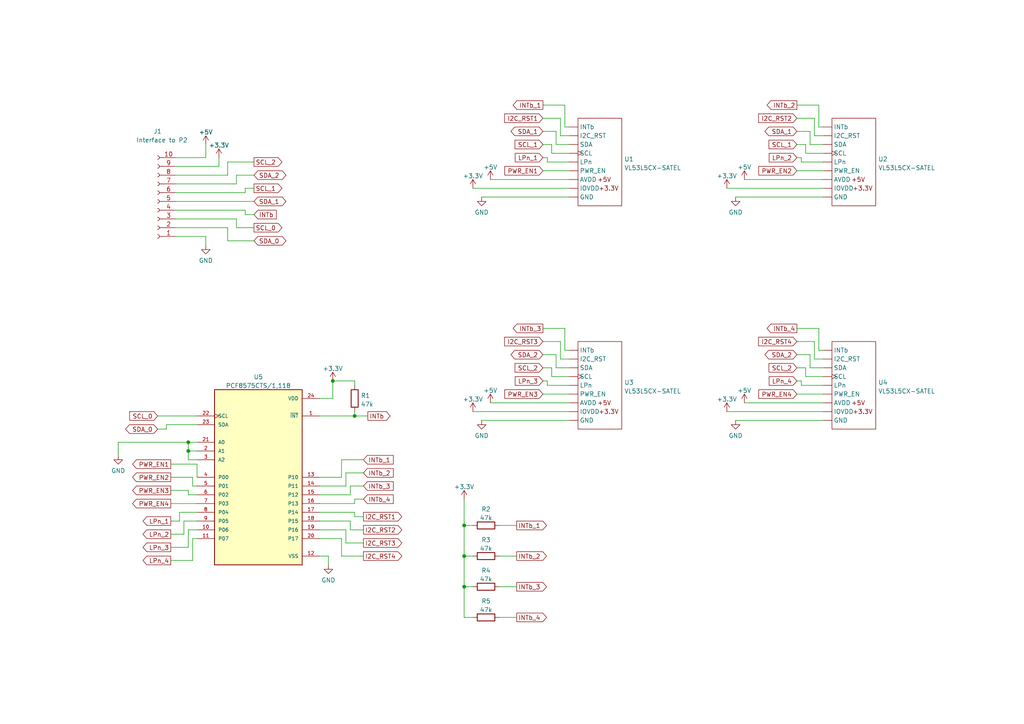
<source format=kicad_sch>
(kicad_sch (version 20211123) (generator eeschema)
  (paper "A4")
  (title_block (title "180° TOF Sensor Control Board") (date "2022-09-18") (rev "1.0") (company "Iron Sheep Productions, LLC") (comment 1 "© 2022, Iron Sheep Productions, LLC") (comment 2 "Drawn by Stephen M Moraco"))
  (lib_symbols
    (symbol "Connector:Conn_01x10_Female" (pin_names (offset 1.016) hide)
      (property "Reference" "J" (at 0 12.7 0))
      (property "Value" "Conn_01x10_Female" (at 0 -15.24 0))
      (symbol "Conn_01x10_Female_1_1"
        (arc (start 0 -12.192) (mid -0.508 -12.7) (end 0 -13.208) (stroke (width 0.1524)))
        (arc (start 0 -9.652) (mid -0.508 -10.16) (end 0 -10.668) (stroke (width 0.1524)))
        (arc (start 0 -7.112) (mid -0.508 -7.62) (end 0 -8.128) (stroke (width 0.1524)))
        (arc (start 0 -4.572) (mid -0.508 -5.08) (end 0 -5.588) (stroke (width 0.1524)))
        (arc (start 0 -2.032) (mid -0.508 -2.54) (end 0 -3.048) (stroke (width 0.1524)))
        (polyline (pts (xy -1.27 -12.7) (xy -0.508 -12.7)) (stroke (width 0.1524)))
        (polyline (pts (xy -1.27 -10.16) (xy -0.508 -10.16)) (stroke (width 0.1524)))
        (polyline (pts (xy -1.27 -7.62) (xy -0.508 -7.62)) (stroke (width 0.1524)))
        (polyline (pts (xy -1.27 -5.08) (xy -0.508 -5.08)) (stroke (width 0.1524)))
        (polyline (pts (xy -1.27 -2.54) (xy -0.508 -2.54)) (stroke (width 0.1524)))
        (polyline (pts (xy -1.27 0) (xy -0.508 0)) (stroke (width 0.1524)))
        (polyline (pts (xy -1.27 2.54) (xy -0.508 2.54)) (stroke (width 0.1524)))
        (polyline (pts (xy -1.27 5.08) (xy -0.508 5.08)) (stroke (width 0.1524)))
        (polyline (pts (xy -1.27 7.62) (xy -0.508 7.62)) (stroke (width 0.1524)))
        (polyline (pts (xy -1.27 10.16) (xy -0.508 10.16)) (stroke (width 0.1524)))
        (arc (start 0 0.508) (mid -0.508 0) (end 0 -0.508) (stroke (width 0.1524)))
        (arc (start 0 3.048) (mid -0.508 2.54) (end 0 2.032) (stroke (width 0.1524)))
        (arc (start 0 5.588) (mid -0.508 5.08) (end 0 4.572) (stroke (width 0.1524)))
        (arc (start 0 8.128) (mid -0.508 7.62) (end 0 7.112) (stroke (width 0.1524)))
        (arc (start 0 10.668) (mid -0.508 10.16) (end 0 9.652) (stroke (width 0.1524)))
        (pin passive line (at -5.08 10.16 0) (length 3.81) (name "Pin_1") (number "1"))
        (pin passive line (at -5.08 -12.7 0) (length 3.81) (name "Pin_10") (number "10"))
        (pin passive line (at -5.08 7.62 0) (length 3.81) (name "Pin_2") (number "2"))
        (pin passive line (at -5.08 5.08 0) (length 3.81) (name "Pin_3") (number "3"))
        (pin passive line (at -5.08 2.54 0) (length 3.81) (name "Pin_4") (number "4"))
        (pin passive line (at -5.08 0 0) (length 3.81) (name "Pin_5") (number "5"))
        (pin passive line (at -5.08 -2.54 0) (length 3.81) (name "Pin_6") (number "6"))
        (pin passive line (at -5.08 -5.08 0) (length 3.81) (name "Pin_7") (number "7"))
        (pin passive line (at -5.08 -7.62 0) (length 3.81) (name "Pin_8") (number "8"))
        (pin passive line (at -5.08 -10.16 0) (length 3.81) (name "Pin_9") (number "9"))
      )
    )
    (symbol "Device:R" (pin_numbers hide) (pin_names (offset 0))
      (property "Reference" "R" (at 2.032 0 90))
      (property "Value" "R" (at 0 0 90))
      (symbol "R_0_1"
        (rectangle (start -1.016 -2.54) (end 1.016 2.54) (stroke (width 0.254)))
      )
      (symbol "R_1_1"
        (pin passive line (at 0 3.81 270) (length 1.27) (name "~") (number "1"))
        (pin passive line (at 0 -3.81 90) (length 1.27) (name "~") (number "2"))
      )
    )
    (symbol "PCF8575CTS_1_118:PCF8575CTS{slash}1,118" (pin_names (offset 1.016))
      (property "Reference" "U" (at -12.7 26.289 0))
      (property "Value" "PCF8575CTS{slash}1,118" (at -12.7 -27.94 0))
      (symbol "PCF8575CTS{slash}1,118_0_0"
        (rectangle (start -12.7 -25.4) (end 12.7 25.4) (stroke (width 0.254)) (fill (type background)))
        (pin output line (at 17.78 17.78 180) (length 5.08) (name "~{INT}") (number "1"))
        (pin bidirectional line (at -17.78 -15.24 0) (length 5.08) (name "P06") (number "10"))
        (pin bidirectional line (at -17.78 -17.78 0) (length 5.08) (name "P07") (number "11"))
        (pin power_in line (at 17.78 -22.86 180) (length 5.08) (name "VSS") (number "12"))
        (pin bidirectional line (at 17.78 0 180) (length 5.08) (name "P10") (number "13"))
        (pin bidirectional line (at 17.78 -2.54 180) (length 5.08) (name "P11") (number "14"))
        (pin bidirectional line (at 17.78 -5.08 180) (length 5.08) (name "P12") (number "15"))
        (pin bidirectional line (at 17.78 -7.62 180) (length 5.08) (name "P13") (number "16"))
        (pin bidirectional line (at 17.78 -10.16 180) (length 5.08) (name "P14") (number "17"))
        (pin bidirectional line (at 17.78 -12.7 180) (length 5.08) (name "P15") (number "18"))
        (pin bidirectional line (at 17.78 -15.24 180) (length 5.08) (name "P16") (number "19"))
        (pin input line (at -17.78 7.62 0) (length 5.08) (name "A1") (number "2"))
        (pin bidirectional line (at 17.78 -17.78 180) (length 5.08) (name "P17") (number "20"))
        (pin input line (at -17.78 10.16 0) (length 5.08) (name "A0") (number "21"))
        (pin input clock (at -17.78 17.78 0) (length 5.08) (name "SCL") (number "22"))
        (pin bidirectional line (at -17.78 15.24 0) (length 5.08) (name "SDA") (number "23"))
        (pin power_in line (at 17.78 22.86 180) (length 5.08) (name "VDD") (number "24"))
        (pin input line (at -17.78 5.08 0) (length 5.08) (name "A2") (number "3"))
        (pin bidirectional line (at -17.78 0 0) (length 5.08) (name "P00") (number "4"))
        (pin bidirectional line (at -17.78 -2.54 0) (length 5.08) (name "P01") (number "5"))
        (pin bidirectional line (at -17.78 -5.08 0) (length 5.08) (name "P02") (number "6"))
        (pin bidirectional line (at -17.78 -7.62 0) (length 5.08) (name "P03") (number "7"))
        (pin bidirectional line (at -17.78 -10.16 0) (length 5.08) (name "P04") (number "8"))
        (pin bidirectional line (at -17.78 -12.7 0) (length 5.08) (name "P05") (number "9"))
      )
    )
    (symbol "ProjectParts:VL53L5CX-SATEL"
      (property "Reference" "U" (at 0 0 0))
      (property "Value" "VL53L5CX-SATEL" (at 0 -2.54 0))
      (symbol "VL53L5CX-SATEL_0_0"
        (text "+3.3V" (at 2.54 -26.67 0) (effects (font (size 1.27 1.27))))
        (text "+5V" (at 1.27 -24.13 0) (effects (font (size 1.27 1.27))))
      )
      (symbol "VL53L5CX-SATEL_0_1"
        (rectangle (start -6.35 -6.35) (end 6.35 -31.75) (stroke (width 0.1524)))
      )
      (symbol "VL53L5CX-SATEL_1_1"
        (pin power_in line (at -8.89 -24.13 0) (length 2.54) (name "AVDD") (number ""))
        (pin input line (at -8.89 -29.21 0) (length 2.54) (name "GND") (number ""))
        (pin input line (at -8.89 -11.43 0) (length 2.54) (name "I2C_RST") (number ""))
        (pin output line (at -8.89 -8.89 0) (length 2.54) (name "INTb") (number ""))
        (pin power_in line (at -8.89 -26.67 0) (length 2.54) (name "IOVDD") (number ""))
        (pin input line (at -8.89 -19.05 0) (length 2.54) (name "LPn") (number ""))
        (pin input line (at -8.89 -21.59 0) (length 2.54) (name "PWR_EN") (number ""))
        (pin input clock (at -8.89 -16.51 0) (length 2.54) (name "SCL") (number ""))
        (pin bidirectional line (at -8.89 -13.97 0) (length 2.54) (name "SDA") (number ""))
      )
    )
    (symbol "power:+3.3V" (power) (pin_names (offset 0))
      (property "Value" "+3.3V" (at 0 3.556 0))
      (symbol "+3.3V_0_1"
        (polyline (pts (xy -0.762 1.27) (xy 0 2.54)))
        (polyline (pts (xy 0 0) (xy 0 2.54)))
        (polyline (pts (xy 0 2.54) (xy 0.762 1.27)))
      )
      (symbol "+3.3V_1_1"
        (pin power_in line (at 0 0 90) (length 0) hide (name "+3.3V") (number "1"))
      )
    )
    (symbol "power:+5V" (power) (pin_names (offset 0))
      (property "Value" "+5V" (at 0 3.556 0))
      (symbol "+5V_0_1"
        (polyline (pts (xy -0.762 1.27) (xy 0 2.54)))
        (polyline (pts (xy 0 0) (xy 0 2.54)))
        (polyline (pts (xy 0 2.54) (xy 0.762 1.27)))
      )
      (symbol "+5V_1_1"
        (pin power_in line (at 0 0 90) (length 0) hide (name "+5V") (number "1"))
      )
    )
    (symbol "power:GND" (power) (pin_names (offset 0))
      (property "Value" "GND" (at 0 -3.81 0))
      (symbol "GND_0_1"
        (polyline (pts (xy 0 0) (xy 0 -1.27) (xy 1.27 -1.27) (xy 0 -2.54) (xy -1.27 -1.27) (xy 0 -1.27)))
      )
      (symbol "GND_1_1"
        (pin power_in line (at 0 0 270) (length 0) hide (name "GND") (number "1"))
      )
    )
  )
  (junction (at 54.61 130.81))
  (junction (at 96.52 110.49))
  (junction (at 102.87 120.65))
  (junction (at 134.62 170.18))
  (junction (at 134.62 161.29))
  (junction (at 134.62 152.4))
  (junction (at 54.61 128.27))
  (wire (pts (xy 139.7 121.92) (xy 165.1 121.92)))
  (wire (pts (xy 238.76 41.91) (xy 234.95 41.91)))
  (wire (pts (xy 137.16 119.38) (xy 165.1 119.38)))
  (wire (pts (xy 34.29 128.27) (xy 54.61 128.27)))
  (wire (pts (xy 158.75 111.76) (xy 158.75 110.49)))
  (wire (pts (xy 57.15 156.21) (xy 55.88 156.21)))
  (wire (pts (xy 134.62 152.4) (xy 137.16 152.4)))
  (wire (pts (xy 165.1 36.83) (xy 163.83 36.83)))
  (wire (pts (xy 66.04 50.8) (xy 66.04 46.99)))
  (wire (pts (xy 210.82 54.61) (xy 238.76 54.61)))
  (wire (pts (xy 144.78 179.07) (xy 149.86 179.07)))
  (wire (pts (xy 73.66 69.85) (xy 66.04 69.85)))
  (wire (pts (xy 137.16 54.61) (xy 165.1 54.61)))
  (wire (pts (xy 134.62 144.78) (xy 134.62 152.4)))
  (wire (pts (xy 50.8 48.26) (xy 63.5 48.26)))
  (wire (pts (xy 100.33 157.48) (xy 100.33 153.67)))
  (wire (pts (xy 162.56 39.37) (xy 162.56 34.29)))
  (wire (pts (xy 92.71 153.67) (xy 100.33 153.67)))
  (wire (pts (xy 215.9 116.84) (xy 238.76 116.84)))
  (wire (pts (xy 99.06 138.43) (xy 99.06 133.35)))
  (wire (pts (xy 50.8 50.8) (xy 66.04 50.8)))
  (wire (pts (xy 71.12 55.88) (xy 71.12 54.61)))
  (wire (pts (xy 57.15 133.35) (xy 54.61 133.35)))
  (wire (pts (xy 165.1 101.6) (xy 163.83 101.6)))
  (wire (pts (xy 68.58 53.34) (xy 68.58 50.8)))
  (wire (pts (xy 53.34 154.94) (xy 53.34 151.13)))
  (wire (pts (xy 237.49 95.25) (xy 237.49 101.6)))
  (wire (pts (xy 66.04 69.85) (xy 66.04 66.04)))
  (wire (pts (xy 66.04 46.99) (xy 73.66 46.99)))
  (wire (pts (xy 134.62 161.29) (xy 134.62 170.18)))
  (wire (pts (xy 234.95 106.68) (xy 234.95 102.87)))
  (wire (pts (xy 105.41 161.29) (xy 99.06 161.29)))
  (wire (pts (xy 49.53 154.94) (xy 53.34 154.94)))
  (wire (pts (xy 54.61 142.24) (xy 49.53 142.24)))
  (wire (pts (xy 105.41 137.16) (xy 100.33 137.16)))
  (wire (pts (xy 165.1 41.91) (xy 161.29 41.91)))
  (wire (pts (xy 57.15 140.97) (xy 55.88 140.97)))
  (wire (pts (xy 238.76 46.99) (xy 232.41 46.99)))
  (wire (pts (xy 102.87 120.65) (xy 106.68 120.65)))
  (wire (pts (xy 102.87 119.38) (xy 102.87 120.65)))
  (wire (pts (xy 231.14 102.87) (xy 234.95 102.87)))
  (wire (pts (xy 232.41 110.49) (xy 231.14 110.49)))
  (wire (pts (xy 48.26 123.19) (xy 48.26 124.46)))
  (wire (pts (xy 231.14 34.29) (xy 236.22 34.29)))
  (wire (pts (xy 238.76 109.22) (xy 233.68 109.22)))
  (wire (pts (xy 142.24 116.84) (xy 165.1 116.84)))
  (wire (pts (xy 71.12 62.23) (xy 73.66 62.23)))
  (wire (pts (xy 68.58 66.04) (xy 68.58 63.5)))
  (wire (pts (xy 231.14 99.06) (xy 236.22 99.06)))
  (wire (pts (xy 102.87 144.78) (xy 102.87 146.05)))
  (wire (pts (xy 213.36 121.92) (xy 238.76 121.92)))
  (wire (pts (xy 238.76 104.14) (xy 236.22 104.14)))
  (wire (pts (xy 68.58 66.04) (xy 73.66 66.04)))
  (wire (pts (xy 102.87 146.05) (xy 92.71 146.05)))
  (wire (pts (xy 165.1 111.76) (xy 158.75 111.76)))
  (wire (pts (xy 165.1 46.99) (xy 158.75 46.99)))
  (wire (pts (xy 233.68 109.22) (xy 233.68 106.68)))
  (wire (pts (xy 234.95 41.91) (xy 234.95 38.1)))
  (wire (pts (xy 105.41 144.78) (xy 102.87 144.78)))
  (wire (pts (xy 165.1 39.37) (xy 162.56 39.37)))
  (wire (pts (xy 232.41 46.99) (xy 232.41 45.72)))
  (wire (pts (xy 231.14 114.3) (xy 238.76 114.3)))
  (wire (pts (xy 213.36 57.15) (xy 238.76 57.15)))
  (wire (pts (xy 144.78 152.4) (xy 149.86 152.4)))
  (wire (pts (xy 49.53 151.13) (xy 52.07 151.13)))
  (wire (pts (xy 50.8 45.72) (xy 59.69 45.72)))
  (wire (pts (xy 49.53 146.05) (xy 57.15 146.05)))
  (wire (pts (xy 96.52 110.49) (xy 102.87 110.49)))
  (wire (pts (xy 134.62 161.29) (xy 137.16 161.29)))
  (wire (pts (xy 238.76 111.76) (xy 232.41 111.76)))
  (wire (pts (xy 59.69 68.58) (xy 59.69 71.12)))
  (wire (pts (xy 99.06 161.29) (xy 99.06 156.21)))
  (wire (pts (xy 57.15 128.27) (xy 54.61 128.27)))
  (wire (pts (xy 102.87 148.59) (xy 102.87 149.86)))
  (wire (pts (xy 134.62 152.4) (xy 134.62 161.29)))
  (wire (pts (xy 233.68 106.68) (xy 231.14 106.68)))
  (wire (pts (xy 92.71 138.43) (xy 99.06 138.43)))
  (wire (pts (xy 55.88 156.21) (xy 55.88 162.56)))
  (wire (pts (xy 161.29 41.91) (xy 161.29 38.1)))
  (wire (pts (xy 165.1 44.45) (xy 160.02 44.45)))
  (wire (pts (xy 160.02 41.91) (xy 157.48 41.91)))
  (wire (pts (xy 139.7 57.15) (xy 165.1 57.15)))
  (wire (pts (xy 48.26 124.46) (xy 45.72 124.46)))
  (wire (pts (xy 160.02 109.22) (xy 160.02 106.68)))
  (wire (pts (xy 54.61 153.67) (xy 54.61 158.75)))
  (wire (pts (xy 160.02 44.45) (xy 160.02 41.91)))
  (wire (pts (xy 158.75 46.99) (xy 158.75 45.72)))
  (wire (pts (xy 157.48 34.29) (xy 162.56 34.29)))
  (wire (pts (xy 231.14 30.48) (xy 237.49 30.48)))
  (wire (pts (xy 163.83 30.48) (xy 163.83 36.83)))
  (wire (pts (xy 57.15 130.81) (xy 54.61 130.81)))
  (wire (pts (xy 162.56 104.14) (xy 162.56 99.06)))
  (wire (pts (xy 54.61 143.51) (xy 54.61 142.24)))
  (wire (pts (xy 238.76 39.37) (xy 236.22 39.37)))
  (wire (pts (xy 68.58 50.8) (xy 73.66 50.8)))
  (wire (pts (xy 71.12 54.61) (xy 73.66 54.61)))
  (wire (pts (xy 101.6 151.13) (xy 92.71 151.13)))
  (wire (pts (xy 238.76 36.83) (xy 237.49 36.83)))
  (wire (pts (xy 95.25 161.29) (xy 95.25 163.83)))
  (wire (pts (xy 57.15 134.62) (xy 49.53 134.62)))
  (wire (pts (xy 45.72 120.65) (xy 57.15 120.65)))
  (wire (pts (xy 236.22 39.37) (xy 236.22 34.29)))
  (wire (pts (xy 102.87 111.76) (xy 102.87 110.49)))
  (wire (pts (xy 158.75 110.49) (xy 157.48 110.49)))
  (wire (pts (xy 55.88 162.56) (xy 49.53 162.56)))
  (wire (pts (xy 238.76 106.68) (xy 234.95 106.68)))
  (wire (pts (xy 215.9 52.07) (xy 238.76 52.07)))
  (wire (pts (xy 57.15 153.67) (xy 54.61 153.67)))
  (wire (pts (xy 50.8 66.04) (xy 66.04 66.04)))
  (wire (pts (xy 55.88 138.43) (xy 49.53 138.43)))
  (wire (pts (xy 96.52 110.49) (xy 96.52 115.57)))
  (wire (pts (xy 59.69 41.91) (xy 59.69 45.72)))
  (wire (pts (xy 50.8 53.34) (xy 68.58 53.34)))
  (wire (pts (xy 144.78 170.18) (xy 149.86 170.18)))
  (wire (pts (xy 165.1 109.22) (xy 160.02 109.22)))
  (wire (pts (xy 52.07 151.13) (xy 52.07 148.59)))
  (wire (pts (xy 210.82 119.38) (xy 238.76 119.38)))
  (wire (pts (xy 101.6 140.97) (xy 101.6 143.51)))
  (wire (pts (xy 105.41 157.48) (xy 100.33 157.48)))
  (wire (pts (xy 163.83 95.25) (xy 163.83 101.6)))
  (wire (pts (xy 57.15 138.43) (xy 57.15 134.62)))
  (wire (pts (xy 102.87 149.86) (xy 105.41 149.86)))
  (wire (pts (xy 101.6 153.67) (xy 101.6 151.13)))
  (wire (pts (xy 71.12 60.96) (xy 50.8 60.96)))
  (wire (pts (xy 157.48 99.06) (xy 162.56 99.06)))
  (wire (pts (xy 160.02 106.68) (xy 157.48 106.68)))
  (wire (pts (xy 144.78 161.29) (xy 149.86 161.29)))
  (wire (pts (xy 157.48 49.53) (xy 165.1 49.53)))
  (wire (pts (xy 92.71 148.59) (xy 102.87 148.59)))
  (wire (pts (xy 92.71 161.29) (xy 95.25 161.29)))
  (wire (pts (xy 50.8 68.58) (xy 59.69 68.58)))
  (wire (pts (xy 34.29 128.27) (xy 34.29 132.08)))
  (wire (pts (xy 57.15 123.19) (xy 48.26 123.19)))
  (wire (pts (xy 134.62 179.07) (xy 137.16 179.07)))
  (wire (pts (xy 231.14 95.25) (xy 237.49 95.25)))
  (wire (pts (xy 49.53 158.75) (xy 54.61 158.75)))
  (wire (pts (xy 237.49 30.48) (xy 237.49 36.83)))
  (wire (pts (xy 134.62 170.18) (xy 134.62 179.07)))
  (wire (pts (xy 100.33 137.16) (xy 100.33 140.97)))
  (wire (pts (xy 99.06 156.21) (xy 92.71 156.21)))
  (wire (pts (xy 231.14 49.53) (xy 238.76 49.53)))
  (wire (pts (xy 71.12 62.23) (xy 71.12 60.96)))
  (wire (pts (xy 54.61 133.35) (xy 54.61 130.81)))
  (wire (pts (xy 68.58 63.5) (xy 50.8 63.5)))
  (wire (pts (xy 232.41 111.76) (xy 232.41 110.49)))
  (wire (pts (xy 233.68 41.91) (xy 231.14 41.91)))
  (wire (pts (xy 50.8 55.88) (xy 71.12 55.88)))
  (wire (pts (xy 101.6 143.51) (xy 92.71 143.51)))
  (wire (pts (xy 142.24 52.07) (xy 165.1 52.07)))
  (wire (pts (xy 50.8 58.42) (xy 73.66 58.42)))
  (wire (pts (xy 92.71 120.65) (xy 102.87 120.65)))
  (wire (pts (xy 165.1 106.68) (xy 161.29 106.68)))
  (wire (pts (xy 99.06 133.35) (xy 105.41 133.35)))
  (wire (pts (xy 96.52 115.57) (xy 92.71 115.57)))
  (wire (pts (xy 236.22 104.14) (xy 236.22 99.06)))
  (wire (pts (xy 52.07 148.59) (xy 57.15 148.59)))
  (wire (pts (xy 92.71 140.97) (xy 100.33 140.97)))
  (wire (pts (xy 165.1 104.14) (xy 162.56 104.14)))
  (wire (pts (xy 157.48 102.87) (xy 161.29 102.87)))
  (wire (pts (xy 238.76 101.6) (xy 237.49 101.6)))
  (wire (pts (xy 157.48 38.1) (xy 161.29 38.1)))
  (wire (pts (xy 54.61 130.81) (xy 54.61 128.27)))
  (wire (pts (xy 161.29 106.68) (xy 161.29 102.87)))
  (wire (pts (xy 158.75 45.72) (xy 157.48 45.72)))
  (wire (pts (xy 157.48 30.48) (xy 163.83 30.48)))
  (wire (pts (xy 238.76 44.45) (xy 233.68 44.45)))
  (wire (pts (xy 101.6 140.97) (xy 105.41 140.97)))
  (wire (pts (xy 55.88 140.97) (xy 55.88 138.43)))
  (wire (pts (xy 105.41 153.67) (xy 101.6 153.67)))
  (wire (pts (xy 63.5 45.72) (xy 63.5 48.26)))
  (wire (pts (xy 57.15 143.51) (xy 54.61 143.51)))
  (wire (pts (xy 157.48 95.25) (xy 163.83 95.25)))
  (wire (pts (xy 134.62 170.18) (xy 137.16 170.18)))
  (wire (pts (xy 232.41 45.72) (xy 231.14 45.72)))
  (wire (pts (xy 231.14 38.1) (xy 234.95 38.1)))
  (wire (pts (xy 53.34 151.13) (xy 57.15 151.13)))
  (wire (pts (xy 233.68 44.45) (xy 233.68 41.91)))
  (wire (pts (xy 157.48 114.3) (xy 165.1 114.3)))
  (global_label "LPn_3" (shape output) (at 49.53 158.75 180) (property "Intersheet References" "${INTERSHEET_REFS}" (effects hide)))
  (global_label "PWR_EN2" (shape input) (at 231.14 49.53 180) (property "Intersheet References" "${INTERSHEET_REFS}" (effects hide)))
  (global_label "SCL_1" (shape input) (at 157.48 41.91 180) (property "Intersheet References" "${INTERSHEET_REFS}" (effects hide)))
  (global_label "LPn_2" (shape input) (at 231.14 45.72 180) (property "Intersheet References" "${INTERSHEET_REFS}" (effects hide)))
  (global_label "PWR_EN4" (shape input) (at 231.14 114.3 180) (property "Intersheet References" "${INTERSHEET_REFS}" (effects hide)))
  (global_label "INTb_3" (shape input) (at 105.41 140.97 0) (property "Intersheet References" "${INTERSHEET_REFS}" (effects hide)))
  (global_label "SCL_0" (shape input) (at 45.72 120.65 180) (property "Intersheet References" "${INTERSHEET_REFS}" (effects hide)))
  (global_label "INTb_2" (shape output) (at 231.14 30.48 180) (property "Intersheet References" "${INTERSHEET_REFS}" (effects hide)))
  (global_label "SDA_1" (shape bidirectional) (at 231.14 38.1 180) (property "Intersheet References" "${INTERSHEET_REFS}" (effects hide)))
  (global_label "PWR_EN3" (shape input) (at 157.48 114.3 180) (property "Intersheet References" "${INTERSHEET_REFS}" (effects hide)))
  (global_label "I2C_RST3" (shape output) (at 105.41 157.48 0) (property "Intersheet References" "${INTERSHEET_REFS}" (effects hide)))
  (global_label "LPn_4" (shape input) (at 231.14 110.49 180) (property "Intersheet References" "${INTERSHEET_REFS}" (effects hide)))
  (global_label "INTb" (shape output) (at 106.68 120.65 0) (property "Intersheet References" "${INTERSHEET_REFS}" (effects hide)))
  (global_label "SDA_2" (shape bidirectional) (at 157.48 102.87 180) (property "Intersheet References" "${INTERSHEET_REFS}" (effects hide)))
  (global_label "I2C_RST1" (shape input) (at 157.48 34.29 180) (property "Intersheet References" "${INTERSHEET_REFS}" (effects hide)))
  (global_label "I2C_RST4" (shape input) (at 231.14 99.06 180) (property "Intersheet References" "${INTERSHEET_REFS}" (effects hide)))
  (global_label "INTb_2" (shape input) (at 105.41 137.16 0) (property "Intersheet References" "${INTERSHEET_REFS}" (effects hide)))
  (global_label "SCL_0" (shape output) (at 73.66 66.04 0) (property "Intersheet References" "${INTERSHEET_REFS}" (effects hide)))
  (global_label "INTb_3" (shape output) (at 157.48 95.25 180) (property "Intersheet References" "${INTERSHEET_REFS}" (effects hide)))
  (global_label "LPn_3" (shape input) (at 157.48 110.49 180) (property "Intersheet References" "${INTERSHEET_REFS}" (effects hide)))
  (global_label "INTb_1" (shape output) (at 149.86 152.4 0) (property "Intersheet References" "${INTERSHEET_REFS}" (effects hide)))
  (global_label "I2C_RST3" (shape input) (at 157.48 99.06 180) (property "Intersheet References" "${INTERSHEET_REFS}" (effects hide)))
  (global_label "SDA_0" (shape bidirectional) (at 45.72 124.46 180) (property "Intersheet References" "${INTERSHEET_REFS}" (effects hide)))
  (global_label "LPn_1" (shape output) (at 49.53 151.13 180) (property "Intersheet References" "${INTERSHEET_REFS}" (effects hide)))
  (global_label "INTb_2" (shape output) (at 149.86 161.29 0) (property "Intersheet References" "${INTERSHEET_REFS}" (effects hide)))
  (global_label "LPn_2" (shape output) (at 49.53 154.94 180) (property "Intersheet References" "${INTERSHEET_REFS}" (effects hide)))
  (global_label "I2C_RST4" (shape output) (at 105.41 161.29 0) (property "Intersheet References" "${INTERSHEET_REFS}" (effects hide)))
  (global_label "SDA_1" (shape bidirectional) (at 73.66 58.42 0) (property "Intersheet References" "${INTERSHEET_REFS}" (effects hide)))
  (global_label "PWR_EN3" (shape output) (at 49.53 142.24 180) (property "Intersheet References" "${INTERSHEET_REFS}" (effects hide)))
  (global_label "INTb_1" (shape output) (at 157.48 30.48 180) (property "Intersheet References" "${INTERSHEET_REFS}" (effects hide)))
  (global_label "INTb" (shape input) (at 73.66 62.23 0) (property "Intersheet References" "${INTERSHEET_REFS}" (effects hide)))
  (global_label "LPn_1" (shape input) (at 157.48 45.72 180) (property "Intersheet References" "${INTERSHEET_REFS}" (effects hide)))
  (global_label "INTb_1" (shape input) (at 105.41 133.35 0) (property "Intersheet References" "${INTERSHEET_REFS}" (effects hide)))
  (global_label "INTb_3" (shape output) (at 149.86 170.18 0) (property "Intersheet References" "${INTERSHEET_REFS}" (effects hide)))
  (global_label "PWR_EN4" (shape output) (at 49.53 146.05 180) (property "Intersheet References" "${INTERSHEET_REFS}" (effects hide)))
  (global_label "INTb_4" (shape output) (at 149.86 179.07 0) (property "Intersheet References" "${INTERSHEET_REFS}" (effects hide)))
  (global_label "I2C_RST2" (shape input) (at 231.14 34.29 180) (property "Intersheet References" "${INTERSHEET_REFS}" (effects hide)))
  (global_label "I2C_RST1" (shape output) (at 105.41 149.86 0) (property "Intersheet References" "${INTERSHEET_REFS}" (effects hide)))
  (global_label "SDA_0" (shape bidirectional) (at 73.66 69.85 0) (property "Intersheet References" "${INTERSHEET_REFS}" (effects hide)))
  (global_label "INTb_4" (shape input) (at 105.41 144.78 0) (property "Intersheet References" "${INTERSHEET_REFS}" (effects hide)))
  (global_label "I2C_RST2" (shape output) (at 105.41 153.67 0) (property "Intersheet References" "${INTERSHEET_REFS}" (effects hide)))
  (global_label "SCL_1" (shape input) (at 231.14 41.91 180) (property "Intersheet References" "${INTERSHEET_REFS}" (effects hide)))
  (global_label "SDA_2" (shape bidirectional) (at 231.14 102.87 180) (property "Intersheet References" "${INTERSHEET_REFS}" (effects hide)))
  (global_label "SDA_2" (shape bidirectional) (at 73.66 50.8 0) (property "Intersheet References" "${INTERSHEET_REFS}" (effects hide)))
  (global_label "PWR_EN1" (shape input) (at 157.48 49.53 180) (property "Intersheet References" "${INTERSHEET_REFS}" (effects hide)))
  (global_label "SCL_1" (shape output) (at 73.66 54.61 0) (property "Intersheet References" "${INTERSHEET_REFS}" (effects hide)))
  (global_label "SCL_2" (shape input) (at 231.14 106.68 180) (property "Intersheet References" "${INTERSHEET_REFS}" (effects hide)))
  (global_label "INTb_4" (shape output) (at 231.14 95.25 180) (property "Intersheet References" "${INTERSHEET_REFS}" (effects hide)))
  (global_label "LPn_4" (shape output) (at 49.53 162.56 180) (property "Intersheet References" "${INTERSHEET_REFS}" (effects hide)))
  (global_label "PWR_EN1" (shape output) (at 49.53 134.62 180) (property "Intersheet References" "${INTERSHEET_REFS}" (effects hide)))
  (global_label "PWR_EN2" (shape output) (at 49.53 138.43 180) (property "Intersheet References" "${INTERSHEET_REFS}" (effects hide)))
  (global_label "SCL_2" (shape input) (at 157.48 106.68 180) (property "Intersheet References" "${INTERSHEET_REFS}" (effects hide)))
  (global_label "SDA_1" (shape bidirectional) (at 157.48 38.1 180) (property "Intersheet References" "${INTERSHEET_REFS}" (effects hide)))
  (global_label "SCL_2" (shape output) (at 73.66 46.99 0) (property "Intersheet References" "${INTERSHEET_REFS}" (effects hide)))
  (symbol (lib_id "power:+3.3V") (at 63.5 45.72 0) (unit 1)
    (property "Reference" "#PWR0104" (effects hide))
    (property "Value" "+3.3V" (at 63.5 42.1442 0))
  )
  (symbol (lib_id "power:GND") (at 213.36 121.92 0) (unit 1)
    (property "Reference" "#PWR0110" (effects hide))
    (property "Value" "GND" (at 213.36 126.3634 0))
  )
  (symbol (lib_id "power:GND") (at 95.25 163.83 0) (unit 1)
    (property "Reference" "#PWR0118" (effects hide))
    (property "Value" "GND" (at 95.25 168.2734 0))
  )
  (symbol (lib_id "Device:R") (at 140.97 170.18 270) (unit 1)
    (property "Reference" "R4" (at 140.97 165.4642 90))
    (property "Value" "47k" (at 140.97 168.0011 90))
  )
  (symbol (lib_id "ProjectParts:VL53L5CX-SATEL") (at 247.65 92.71 0) (unit 1)
    (property "Reference" "U4" (at 254.7112 110.9253 0) (effects (justify left)))
    (property "Value" "VL53L5CX-SATEL" (at 254.7112 113.4622 0) (effects (justify left)))
  )
  (symbol (lib_id "power:+3.3V") (at 137.16 119.38 0) (unit 1)
    (property "Reference" "#PWR0116" (effects hide))
    (property "Value" "+3.3V" (at 137.16 115.8042 0))
  )
  (symbol (lib_id "Device:R") (at 140.97 152.4 270) (unit 1)
    (property "Reference" "R2" (at 140.97 147.6842 90))
    (property "Value" "47k" (at 140.97 150.2211 90))
  )
  (symbol (lib_id "power:+3.3V") (at 210.82 119.38 0) (unit 1)
    (property "Reference" "#PWR0109" (effects hide))
    (property "Value" "+3.3V" (at 210.82 115.8042 0))
  )
  (symbol (lib_id "PCF8575CTS_1_118:PCF8575CTS{slash}1,118") (at 74.93 138.43 0) (unit 1)
    (property "Reference" "U5" (at 74.93 109.3302 0))
    (property "Value" "PCF8575CTS/1,118" (at 74.93 111.8671 0))
    (property "Footprint" "SOP65P775X200-24N" (effects hide))
    (property "MAXIMUM_PACKAGE_HEIGHT" "2.0mm" (effects hide))
    (property "MANUFACTURER" "NXP" (effects hide))
    (property "PARTREV" "1999 Aug 05" (effects hide))
    (property "STANDARD" "IPC 7351B" (effects hide))
  )
  (symbol (lib_id "ProjectParts:VL53L5CX-SATEL") (at 173.99 92.71 0) (unit 1)
    (property "Reference" "U3" (at 181.0512 110.9253 0) (effects (justify left)))
    (property "Value" "VL53L5CX-SATEL" (at 181.0512 113.4622 0) (effects (justify left)))
  )
  (symbol (lib_id "power:+5V") (at 215.9 52.07 0) (unit 1)
    (property "Reference" "#PWR0113" (effects hide))
    (property "Value" "+5V" (at 215.9 48.4942 0))
  )
  (symbol (lib_id "ProjectParts:VL53L5CX-SATEL") (at 173.99 27.94 0) (unit 1)
    (property "Reference" "U1" (at 181.0512 46.1553 0) (effects (justify left)))
    (property "Value" "VL53L5CX-SATEL" (at 181.0512 48.6922 0) (effects (justify left)))
  )
  (symbol (lib_id "power:+5V") (at 142.24 52.07 0) (unit 1)
    (property "Reference" "#PWR0106" (effects hide))
    (property "Value" "+5V" (at 142.24 48.4942 0))
  )
  (symbol (lib_id "power:GND") (at 139.7 121.92 0) (unit 1)
    (property "Reference" "#PWR0114" (effects hide))
    (property "Value" "GND" (at 139.7 126.3634 0))
  )
  (symbol (lib_id "power:+5V") (at 215.9 116.84 0) (unit 1)
    (property "Reference" "#PWR0108" (effects hide))
    (property "Value" "+5V" (at 215.9 113.2642 0))
  )
  (symbol (lib_id "Device:R") (at 140.97 179.07 270) (unit 1)
    (property "Reference" "R5" (at 140.97 174.3542 90))
    (property "Value" "47k" (at 140.97 176.8911 90))
  )
  (symbol (lib_id "ProjectParts:VL53L5CX-SATEL") (at 247.65 27.94 0) (unit 1)
    (property "Reference" "U2" (at 254.7112 46.1553 0) (effects (justify left)))
    (property "Value" "VL53L5CX-SATEL" (at 254.7112 48.6922 0) (effects (justify left)))
  )
  (symbol (lib_id "Device:R") (at 140.97 161.29 270) (unit 1)
    (property "Reference" "R3" (at 140.97 156.5742 90))
    (property "Value" "47k" (at 140.97 159.1111 90))
  )
  (symbol (lib_id "power:GND") (at 59.69 71.12 0) (unit 1)
    (property "Reference" "#PWR0101" (effects hide))
    (property "Value" "GND" (at 59.69 75.5634 0))
  )
  (symbol (lib_id "power:GND") (at 34.29 132.08 0) (unit 1)
    (property "Reference" "#PWR0102" (effects hide))
    (property "Value" "GND" (at 34.29 136.5234 0))
  )
  (symbol (lib_id "power:GND") (at 139.7 57.15 0) (unit 1)
    (property "Reference" "#PWR0105" (effects hide))
    (property "Value" "GND" (at 139.7 61.5934 0))
  )
  (symbol (lib_id "Connector:Conn_01x10_Female") (at 45.72 58.42 180) (unit 1)
    (property "Reference" "J1" (at 45.72 38.1 0))
    (property "Value" "Interface to P2" (at 46.99 40.64 0))
  )
  (symbol (lib_id "power:+3.3V") (at 96.52 110.49 0) (unit 1)
    (property "Reference" "#PWR0117" (effects hide))
    (property "Value" "+3.3V" (at 96.52 106.9142 0))
  )
  (symbol (lib_id "power:+3.3V") (at 134.62 144.78 0) (unit 1)
    (property "Reference" "#PWR?" (effects hide))
    (property "Value" "+3.3V" (at 134.62 141.2042 0))
  )
  (symbol (lib_id "power:+5V") (at 59.69 41.91 0) (unit 1)
    (property "Reference" "#PWR0103" (effects hide))
    (property "Value" "+5V" (at 59.69 38.3342 0))
  )
  (symbol (lib_id "power:+3.3V") (at 210.82 54.61 0) (unit 1)
    (property "Reference" "#PWR0112" (effects hide))
    (property "Value" "+3.3V" (at 210.82 51.0342 0))
  )
  (symbol (lib_id "power:GND") (at 213.36 57.15 0) (unit 1)
    (property "Reference" "#PWR0111" (effects hide))
    (property "Value" "GND" (at 213.36 61.5934 0))
  )
  (symbol (lib_id "power:+5V") (at 142.24 116.84 0) (unit 1)
    (property "Reference" "#PWR0115" (effects hide))
    (property "Value" "+5V" (at 142.24 113.2642 0))
  )
  (symbol (lib_id "power:+3.3V") (at 137.16 54.61 0) (unit 1)
    (property "Reference" "#PWR0107" (effects hide))
    (property "Value" "+3.3V" (at 137.16 51.0342 0))
  )
  (symbol (lib_id "Device:R") (at 102.87 115.57 0) (unit 1)
    (property "Reference" "R1" (at 104.648 114.7353 0) (effects (justify left)))
    (property "Value" "47k" (at 104.648 117.2722 0) (effects (justify left)))
  )
)
</source>
